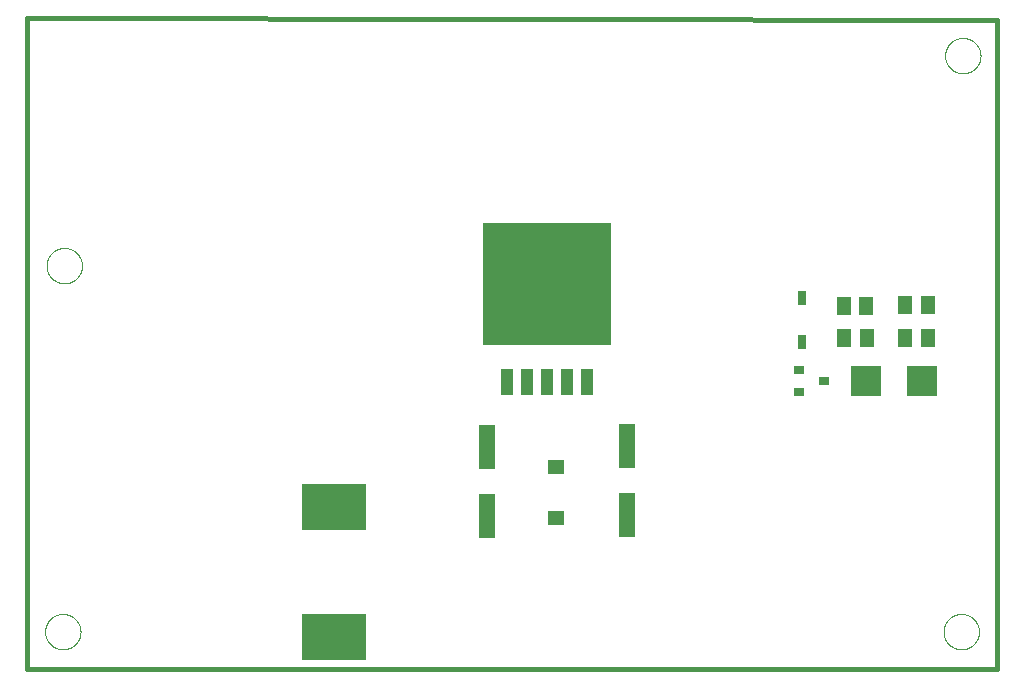
<source format=gtp>
G75*
%MOIN*%
%OFA0B0*%
%FSLAX25Y25*%
%IPPOS*%
%LPD*%
%AMOC8*
5,1,8,0,0,1.08239X$1,22.5*
%
%ADD10C,0.01600*%
%ADD11R,0.05118X0.05906*%
%ADD12R,0.10000X0.10000*%
%ADD13R,0.03543X0.03150*%
%ADD14R,0.02756X0.04724*%
%ADD15C,0.00000*%
%ADD16R,0.05512X0.15110*%
%ADD17R,0.05787X0.05000*%
%ADD18R,0.42520X0.40984*%
%ADD19R,0.04200X0.08500*%
%ADD20R,0.21654X0.15748*%
D10*
X0034000Y0043800D02*
X0034000Y0260800D01*
X0357500Y0260300D01*
X0357500Y0043800D01*
X0034000Y0043800D01*
D11*
X0306460Y0154300D03*
X0313940Y0154300D03*
X0326760Y0154300D03*
X0334240Y0154300D03*
X0334240Y0165300D03*
X0326760Y0165300D03*
X0313740Y0164800D03*
X0306260Y0164800D03*
D12*
X0313750Y0139800D03*
X0332250Y0139800D03*
D13*
X0299831Y0139800D03*
X0291563Y0143540D03*
X0291563Y0136060D03*
D14*
X0292500Y0153017D03*
X0292500Y0167583D03*
D15*
X0340094Y0248300D02*
X0340096Y0248453D01*
X0340102Y0248607D01*
X0340112Y0248760D01*
X0340126Y0248912D01*
X0340144Y0249065D01*
X0340166Y0249216D01*
X0340191Y0249367D01*
X0340221Y0249518D01*
X0340255Y0249668D01*
X0340292Y0249816D01*
X0340333Y0249964D01*
X0340378Y0250110D01*
X0340427Y0250256D01*
X0340480Y0250400D01*
X0340536Y0250542D01*
X0340596Y0250683D01*
X0340660Y0250823D01*
X0340727Y0250961D01*
X0340798Y0251097D01*
X0340873Y0251231D01*
X0340950Y0251363D01*
X0341032Y0251493D01*
X0341116Y0251621D01*
X0341204Y0251747D01*
X0341295Y0251870D01*
X0341389Y0251991D01*
X0341487Y0252109D01*
X0341587Y0252225D01*
X0341691Y0252338D01*
X0341797Y0252449D01*
X0341906Y0252557D01*
X0342018Y0252662D01*
X0342132Y0252763D01*
X0342250Y0252862D01*
X0342369Y0252958D01*
X0342491Y0253051D01*
X0342616Y0253140D01*
X0342743Y0253227D01*
X0342872Y0253309D01*
X0343003Y0253389D01*
X0343136Y0253465D01*
X0343271Y0253538D01*
X0343408Y0253607D01*
X0343547Y0253672D01*
X0343687Y0253734D01*
X0343829Y0253792D01*
X0343972Y0253847D01*
X0344117Y0253898D01*
X0344263Y0253945D01*
X0344410Y0253988D01*
X0344558Y0254027D01*
X0344707Y0254063D01*
X0344857Y0254094D01*
X0345008Y0254122D01*
X0345159Y0254146D01*
X0345312Y0254166D01*
X0345464Y0254182D01*
X0345617Y0254194D01*
X0345770Y0254202D01*
X0345923Y0254206D01*
X0346077Y0254206D01*
X0346230Y0254202D01*
X0346383Y0254194D01*
X0346536Y0254182D01*
X0346688Y0254166D01*
X0346841Y0254146D01*
X0346992Y0254122D01*
X0347143Y0254094D01*
X0347293Y0254063D01*
X0347442Y0254027D01*
X0347590Y0253988D01*
X0347737Y0253945D01*
X0347883Y0253898D01*
X0348028Y0253847D01*
X0348171Y0253792D01*
X0348313Y0253734D01*
X0348453Y0253672D01*
X0348592Y0253607D01*
X0348729Y0253538D01*
X0348864Y0253465D01*
X0348997Y0253389D01*
X0349128Y0253309D01*
X0349257Y0253227D01*
X0349384Y0253140D01*
X0349509Y0253051D01*
X0349631Y0252958D01*
X0349750Y0252862D01*
X0349868Y0252763D01*
X0349982Y0252662D01*
X0350094Y0252557D01*
X0350203Y0252449D01*
X0350309Y0252338D01*
X0350413Y0252225D01*
X0350513Y0252109D01*
X0350611Y0251991D01*
X0350705Y0251870D01*
X0350796Y0251747D01*
X0350884Y0251621D01*
X0350968Y0251493D01*
X0351050Y0251363D01*
X0351127Y0251231D01*
X0351202Y0251097D01*
X0351273Y0250961D01*
X0351340Y0250823D01*
X0351404Y0250683D01*
X0351464Y0250542D01*
X0351520Y0250400D01*
X0351573Y0250256D01*
X0351622Y0250110D01*
X0351667Y0249964D01*
X0351708Y0249816D01*
X0351745Y0249668D01*
X0351779Y0249518D01*
X0351809Y0249367D01*
X0351834Y0249216D01*
X0351856Y0249065D01*
X0351874Y0248912D01*
X0351888Y0248760D01*
X0351898Y0248607D01*
X0351904Y0248453D01*
X0351906Y0248300D01*
X0351904Y0248147D01*
X0351898Y0247993D01*
X0351888Y0247840D01*
X0351874Y0247688D01*
X0351856Y0247535D01*
X0351834Y0247384D01*
X0351809Y0247233D01*
X0351779Y0247082D01*
X0351745Y0246932D01*
X0351708Y0246784D01*
X0351667Y0246636D01*
X0351622Y0246490D01*
X0351573Y0246344D01*
X0351520Y0246200D01*
X0351464Y0246058D01*
X0351404Y0245917D01*
X0351340Y0245777D01*
X0351273Y0245639D01*
X0351202Y0245503D01*
X0351127Y0245369D01*
X0351050Y0245237D01*
X0350968Y0245107D01*
X0350884Y0244979D01*
X0350796Y0244853D01*
X0350705Y0244730D01*
X0350611Y0244609D01*
X0350513Y0244491D01*
X0350413Y0244375D01*
X0350309Y0244262D01*
X0350203Y0244151D01*
X0350094Y0244043D01*
X0349982Y0243938D01*
X0349868Y0243837D01*
X0349750Y0243738D01*
X0349631Y0243642D01*
X0349509Y0243549D01*
X0349384Y0243460D01*
X0349257Y0243373D01*
X0349128Y0243291D01*
X0348997Y0243211D01*
X0348864Y0243135D01*
X0348729Y0243062D01*
X0348592Y0242993D01*
X0348453Y0242928D01*
X0348313Y0242866D01*
X0348171Y0242808D01*
X0348028Y0242753D01*
X0347883Y0242702D01*
X0347737Y0242655D01*
X0347590Y0242612D01*
X0347442Y0242573D01*
X0347293Y0242537D01*
X0347143Y0242506D01*
X0346992Y0242478D01*
X0346841Y0242454D01*
X0346688Y0242434D01*
X0346536Y0242418D01*
X0346383Y0242406D01*
X0346230Y0242398D01*
X0346077Y0242394D01*
X0345923Y0242394D01*
X0345770Y0242398D01*
X0345617Y0242406D01*
X0345464Y0242418D01*
X0345312Y0242434D01*
X0345159Y0242454D01*
X0345008Y0242478D01*
X0344857Y0242506D01*
X0344707Y0242537D01*
X0344558Y0242573D01*
X0344410Y0242612D01*
X0344263Y0242655D01*
X0344117Y0242702D01*
X0343972Y0242753D01*
X0343829Y0242808D01*
X0343687Y0242866D01*
X0343547Y0242928D01*
X0343408Y0242993D01*
X0343271Y0243062D01*
X0343136Y0243135D01*
X0343003Y0243211D01*
X0342872Y0243291D01*
X0342743Y0243373D01*
X0342616Y0243460D01*
X0342491Y0243549D01*
X0342369Y0243642D01*
X0342250Y0243738D01*
X0342132Y0243837D01*
X0342018Y0243938D01*
X0341906Y0244043D01*
X0341797Y0244151D01*
X0341691Y0244262D01*
X0341587Y0244375D01*
X0341487Y0244491D01*
X0341389Y0244609D01*
X0341295Y0244730D01*
X0341204Y0244853D01*
X0341116Y0244979D01*
X0341032Y0245107D01*
X0340950Y0245237D01*
X0340873Y0245369D01*
X0340798Y0245503D01*
X0340727Y0245639D01*
X0340660Y0245777D01*
X0340596Y0245917D01*
X0340536Y0246058D01*
X0340480Y0246200D01*
X0340427Y0246344D01*
X0340378Y0246490D01*
X0340333Y0246636D01*
X0340292Y0246784D01*
X0340255Y0246932D01*
X0340221Y0247082D01*
X0340191Y0247233D01*
X0340166Y0247384D01*
X0340144Y0247535D01*
X0340126Y0247688D01*
X0340112Y0247840D01*
X0340102Y0247993D01*
X0340096Y0248147D01*
X0340094Y0248300D01*
X0339594Y0056300D02*
X0339596Y0056453D01*
X0339602Y0056607D01*
X0339612Y0056760D01*
X0339626Y0056912D01*
X0339644Y0057065D01*
X0339666Y0057216D01*
X0339691Y0057367D01*
X0339721Y0057518D01*
X0339755Y0057668D01*
X0339792Y0057816D01*
X0339833Y0057964D01*
X0339878Y0058110D01*
X0339927Y0058256D01*
X0339980Y0058400D01*
X0340036Y0058542D01*
X0340096Y0058683D01*
X0340160Y0058823D01*
X0340227Y0058961D01*
X0340298Y0059097D01*
X0340373Y0059231D01*
X0340450Y0059363D01*
X0340532Y0059493D01*
X0340616Y0059621D01*
X0340704Y0059747D01*
X0340795Y0059870D01*
X0340889Y0059991D01*
X0340987Y0060109D01*
X0341087Y0060225D01*
X0341191Y0060338D01*
X0341297Y0060449D01*
X0341406Y0060557D01*
X0341518Y0060662D01*
X0341632Y0060763D01*
X0341750Y0060862D01*
X0341869Y0060958D01*
X0341991Y0061051D01*
X0342116Y0061140D01*
X0342243Y0061227D01*
X0342372Y0061309D01*
X0342503Y0061389D01*
X0342636Y0061465D01*
X0342771Y0061538D01*
X0342908Y0061607D01*
X0343047Y0061672D01*
X0343187Y0061734D01*
X0343329Y0061792D01*
X0343472Y0061847D01*
X0343617Y0061898D01*
X0343763Y0061945D01*
X0343910Y0061988D01*
X0344058Y0062027D01*
X0344207Y0062063D01*
X0344357Y0062094D01*
X0344508Y0062122D01*
X0344659Y0062146D01*
X0344812Y0062166D01*
X0344964Y0062182D01*
X0345117Y0062194D01*
X0345270Y0062202D01*
X0345423Y0062206D01*
X0345577Y0062206D01*
X0345730Y0062202D01*
X0345883Y0062194D01*
X0346036Y0062182D01*
X0346188Y0062166D01*
X0346341Y0062146D01*
X0346492Y0062122D01*
X0346643Y0062094D01*
X0346793Y0062063D01*
X0346942Y0062027D01*
X0347090Y0061988D01*
X0347237Y0061945D01*
X0347383Y0061898D01*
X0347528Y0061847D01*
X0347671Y0061792D01*
X0347813Y0061734D01*
X0347953Y0061672D01*
X0348092Y0061607D01*
X0348229Y0061538D01*
X0348364Y0061465D01*
X0348497Y0061389D01*
X0348628Y0061309D01*
X0348757Y0061227D01*
X0348884Y0061140D01*
X0349009Y0061051D01*
X0349131Y0060958D01*
X0349250Y0060862D01*
X0349368Y0060763D01*
X0349482Y0060662D01*
X0349594Y0060557D01*
X0349703Y0060449D01*
X0349809Y0060338D01*
X0349913Y0060225D01*
X0350013Y0060109D01*
X0350111Y0059991D01*
X0350205Y0059870D01*
X0350296Y0059747D01*
X0350384Y0059621D01*
X0350468Y0059493D01*
X0350550Y0059363D01*
X0350627Y0059231D01*
X0350702Y0059097D01*
X0350773Y0058961D01*
X0350840Y0058823D01*
X0350904Y0058683D01*
X0350964Y0058542D01*
X0351020Y0058400D01*
X0351073Y0058256D01*
X0351122Y0058110D01*
X0351167Y0057964D01*
X0351208Y0057816D01*
X0351245Y0057668D01*
X0351279Y0057518D01*
X0351309Y0057367D01*
X0351334Y0057216D01*
X0351356Y0057065D01*
X0351374Y0056912D01*
X0351388Y0056760D01*
X0351398Y0056607D01*
X0351404Y0056453D01*
X0351406Y0056300D01*
X0351404Y0056147D01*
X0351398Y0055993D01*
X0351388Y0055840D01*
X0351374Y0055688D01*
X0351356Y0055535D01*
X0351334Y0055384D01*
X0351309Y0055233D01*
X0351279Y0055082D01*
X0351245Y0054932D01*
X0351208Y0054784D01*
X0351167Y0054636D01*
X0351122Y0054490D01*
X0351073Y0054344D01*
X0351020Y0054200D01*
X0350964Y0054058D01*
X0350904Y0053917D01*
X0350840Y0053777D01*
X0350773Y0053639D01*
X0350702Y0053503D01*
X0350627Y0053369D01*
X0350550Y0053237D01*
X0350468Y0053107D01*
X0350384Y0052979D01*
X0350296Y0052853D01*
X0350205Y0052730D01*
X0350111Y0052609D01*
X0350013Y0052491D01*
X0349913Y0052375D01*
X0349809Y0052262D01*
X0349703Y0052151D01*
X0349594Y0052043D01*
X0349482Y0051938D01*
X0349368Y0051837D01*
X0349250Y0051738D01*
X0349131Y0051642D01*
X0349009Y0051549D01*
X0348884Y0051460D01*
X0348757Y0051373D01*
X0348628Y0051291D01*
X0348497Y0051211D01*
X0348364Y0051135D01*
X0348229Y0051062D01*
X0348092Y0050993D01*
X0347953Y0050928D01*
X0347813Y0050866D01*
X0347671Y0050808D01*
X0347528Y0050753D01*
X0347383Y0050702D01*
X0347237Y0050655D01*
X0347090Y0050612D01*
X0346942Y0050573D01*
X0346793Y0050537D01*
X0346643Y0050506D01*
X0346492Y0050478D01*
X0346341Y0050454D01*
X0346188Y0050434D01*
X0346036Y0050418D01*
X0345883Y0050406D01*
X0345730Y0050398D01*
X0345577Y0050394D01*
X0345423Y0050394D01*
X0345270Y0050398D01*
X0345117Y0050406D01*
X0344964Y0050418D01*
X0344812Y0050434D01*
X0344659Y0050454D01*
X0344508Y0050478D01*
X0344357Y0050506D01*
X0344207Y0050537D01*
X0344058Y0050573D01*
X0343910Y0050612D01*
X0343763Y0050655D01*
X0343617Y0050702D01*
X0343472Y0050753D01*
X0343329Y0050808D01*
X0343187Y0050866D01*
X0343047Y0050928D01*
X0342908Y0050993D01*
X0342771Y0051062D01*
X0342636Y0051135D01*
X0342503Y0051211D01*
X0342372Y0051291D01*
X0342243Y0051373D01*
X0342116Y0051460D01*
X0341991Y0051549D01*
X0341869Y0051642D01*
X0341750Y0051738D01*
X0341632Y0051837D01*
X0341518Y0051938D01*
X0341406Y0052043D01*
X0341297Y0052151D01*
X0341191Y0052262D01*
X0341087Y0052375D01*
X0340987Y0052491D01*
X0340889Y0052609D01*
X0340795Y0052730D01*
X0340704Y0052853D01*
X0340616Y0052979D01*
X0340532Y0053107D01*
X0340450Y0053237D01*
X0340373Y0053369D01*
X0340298Y0053503D01*
X0340227Y0053639D01*
X0340160Y0053777D01*
X0340096Y0053917D01*
X0340036Y0054058D01*
X0339980Y0054200D01*
X0339927Y0054344D01*
X0339878Y0054490D01*
X0339833Y0054636D01*
X0339792Y0054784D01*
X0339755Y0054932D01*
X0339721Y0055082D01*
X0339691Y0055233D01*
X0339666Y0055384D01*
X0339644Y0055535D01*
X0339626Y0055688D01*
X0339612Y0055840D01*
X0339602Y0055993D01*
X0339596Y0056147D01*
X0339594Y0056300D01*
X0040094Y0056300D02*
X0040096Y0056453D01*
X0040102Y0056607D01*
X0040112Y0056760D01*
X0040126Y0056912D01*
X0040144Y0057065D01*
X0040166Y0057216D01*
X0040191Y0057367D01*
X0040221Y0057518D01*
X0040255Y0057668D01*
X0040292Y0057816D01*
X0040333Y0057964D01*
X0040378Y0058110D01*
X0040427Y0058256D01*
X0040480Y0058400D01*
X0040536Y0058542D01*
X0040596Y0058683D01*
X0040660Y0058823D01*
X0040727Y0058961D01*
X0040798Y0059097D01*
X0040873Y0059231D01*
X0040950Y0059363D01*
X0041032Y0059493D01*
X0041116Y0059621D01*
X0041204Y0059747D01*
X0041295Y0059870D01*
X0041389Y0059991D01*
X0041487Y0060109D01*
X0041587Y0060225D01*
X0041691Y0060338D01*
X0041797Y0060449D01*
X0041906Y0060557D01*
X0042018Y0060662D01*
X0042132Y0060763D01*
X0042250Y0060862D01*
X0042369Y0060958D01*
X0042491Y0061051D01*
X0042616Y0061140D01*
X0042743Y0061227D01*
X0042872Y0061309D01*
X0043003Y0061389D01*
X0043136Y0061465D01*
X0043271Y0061538D01*
X0043408Y0061607D01*
X0043547Y0061672D01*
X0043687Y0061734D01*
X0043829Y0061792D01*
X0043972Y0061847D01*
X0044117Y0061898D01*
X0044263Y0061945D01*
X0044410Y0061988D01*
X0044558Y0062027D01*
X0044707Y0062063D01*
X0044857Y0062094D01*
X0045008Y0062122D01*
X0045159Y0062146D01*
X0045312Y0062166D01*
X0045464Y0062182D01*
X0045617Y0062194D01*
X0045770Y0062202D01*
X0045923Y0062206D01*
X0046077Y0062206D01*
X0046230Y0062202D01*
X0046383Y0062194D01*
X0046536Y0062182D01*
X0046688Y0062166D01*
X0046841Y0062146D01*
X0046992Y0062122D01*
X0047143Y0062094D01*
X0047293Y0062063D01*
X0047442Y0062027D01*
X0047590Y0061988D01*
X0047737Y0061945D01*
X0047883Y0061898D01*
X0048028Y0061847D01*
X0048171Y0061792D01*
X0048313Y0061734D01*
X0048453Y0061672D01*
X0048592Y0061607D01*
X0048729Y0061538D01*
X0048864Y0061465D01*
X0048997Y0061389D01*
X0049128Y0061309D01*
X0049257Y0061227D01*
X0049384Y0061140D01*
X0049509Y0061051D01*
X0049631Y0060958D01*
X0049750Y0060862D01*
X0049868Y0060763D01*
X0049982Y0060662D01*
X0050094Y0060557D01*
X0050203Y0060449D01*
X0050309Y0060338D01*
X0050413Y0060225D01*
X0050513Y0060109D01*
X0050611Y0059991D01*
X0050705Y0059870D01*
X0050796Y0059747D01*
X0050884Y0059621D01*
X0050968Y0059493D01*
X0051050Y0059363D01*
X0051127Y0059231D01*
X0051202Y0059097D01*
X0051273Y0058961D01*
X0051340Y0058823D01*
X0051404Y0058683D01*
X0051464Y0058542D01*
X0051520Y0058400D01*
X0051573Y0058256D01*
X0051622Y0058110D01*
X0051667Y0057964D01*
X0051708Y0057816D01*
X0051745Y0057668D01*
X0051779Y0057518D01*
X0051809Y0057367D01*
X0051834Y0057216D01*
X0051856Y0057065D01*
X0051874Y0056912D01*
X0051888Y0056760D01*
X0051898Y0056607D01*
X0051904Y0056453D01*
X0051906Y0056300D01*
X0051904Y0056147D01*
X0051898Y0055993D01*
X0051888Y0055840D01*
X0051874Y0055688D01*
X0051856Y0055535D01*
X0051834Y0055384D01*
X0051809Y0055233D01*
X0051779Y0055082D01*
X0051745Y0054932D01*
X0051708Y0054784D01*
X0051667Y0054636D01*
X0051622Y0054490D01*
X0051573Y0054344D01*
X0051520Y0054200D01*
X0051464Y0054058D01*
X0051404Y0053917D01*
X0051340Y0053777D01*
X0051273Y0053639D01*
X0051202Y0053503D01*
X0051127Y0053369D01*
X0051050Y0053237D01*
X0050968Y0053107D01*
X0050884Y0052979D01*
X0050796Y0052853D01*
X0050705Y0052730D01*
X0050611Y0052609D01*
X0050513Y0052491D01*
X0050413Y0052375D01*
X0050309Y0052262D01*
X0050203Y0052151D01*
X0050094Y0052043D01*
X0049982Y0051938D01*
X0049868Y0051837D01*
X0049750Y0051738D01*
X0049631Y0051642D01*
X0049509Y0051549D01*
X0049384Y0051460D01*
X0049257Y0051373D01*
X0049128Y0051291D01*
X0048997Y0051211D01*
X0048864Y0051135D01*
X0048729Y0051062D01*
X0048592Y0050993D01*
X0048453Y0050928D01*
X0048313Y0050866D01*
X0048171Y0050808D01*
X0048028Y0050753D01*
X0047883Y0050702D01*
X0047737Y0050655D01*
X0047590Y0050612D01*
X0047442Y0050573D01*
X0047293Y0050537D01*
X0047143Y0050506D01*
X0046992Y0050478D01*
X0046841Y0050454D01*
X0046688Y0050434D01*
X0046536Y0050418D01*
X0046383Y0050406D01*
X0046230Y0050398D01*
X0046077Y0050394D01*
X0045923Y0050394D01*
X0045770Y0050398D01*
X0045617Y0050406D01*
X0045464Y0050418D01*
X0045312Y0050434D01*
X0045159Y0050454D01*
X0045008Y0050478D01*
X0044857Y0050506D01*
X0044707Y0050537D01*
X0044558Y0050573D01*
X0044410Y0050612D01*
X0044263Y0050655D01*
X0044117Y0050702D01*
X0043972Y0050753D01*
X0043829Y0050808D01*
X0043687Y0050866D01*
X0043547Y0050928D01*
X0043408Y0050993D01*
X0043271Y0051062D01*
X0043136Y0051135D01*
X0043003Y0051211D01*
X0042872Y0051291D01*
X0042743Y0051373D01*
X0042616Y0051460D01*
X0042491Y0051549D01*
X0042369Y0051642D01*
X0042250Y0051738D01*
X0042132Y0051837D01*
X0042018Y0051938D01*
X0041906Y0052043D01*
X0041797Y0052151D01*
X0041691Y0052262D01*
X0041587Y0052375D01*
X0041487Y0052491D01*
X0041389Y0052609D01*
X0041295Y0052730D01*
X0041204Y0052853D01*
X0041116Y0052979D01*
X0041032Y0053107D01*
X0040950Y0053237D01*
X0040873Y0053369D01*
X0040798Y0053503D01*
X0040727Y0053639D01*
X0040660Y0053777D01*
X0040596Y0053917D01*
X0040536Y0054058D01*
X0040480Y0054200D01*
X0040427Y0054344D01*
X0040378Y0054490D01*
X0040333Y0054636D01*
X0040292Y0054784D01*
X0040255Y0054932D01*
X0040221Y0055082D01*
X0040191Y0055233D01*
X0040166Y0055384D01*
X0040144Y0055535D01*
X0040126Y0055688D01*
X0040112Y0055840D01*
X0040102Y0055993D01*
X0040096Y0056147D01*
X0040094Y0056300D01*
X0040594Y0178300D02*
X0040596Y0178453D01*
X0040602Y0178607D01*
X0040612Y0178760D01*
X0040626Y0178912D01*
X0040644Y0179065D01*
X0040666Y0179216D01*
X0040691Y0179367D01*
X0040721Y0179518D01*
X0040755Y0179668D01*
X0040792Y0179816D01*
X0040833Y0179964D01*
X0040878Y0180110D01*
X0040927Y0180256D01*
X0040980Y0180400D01*
X0041036Y0180542D01*
X0041096Y0180683D01*
X0041160Y0180823D01*
X0041227Y0180961D01*
X0041298Y0181097D01*
X0041373Y0181231D01*
X0041450Y0181363D01*
X0041532Y0181493D01*
X0041616Y0181621D01*
X0041704Y0181747D01*
X0041795Y0181870D01*
X0041889Y0181991D01*
X0041987Y0182109D01*
X0042087Y0182225D01*
X0042191Y0182338D01*
X0042297Y0182449D01*
X0042406Y0182557D01*
X0042518Y0182662D01*
X0042632Y0182763D01*
X0042750Y0182862D01*
X0042869Y0182958D01*
X0042991Y0183051D01*
X0043116Y0183140D01*
X0043243Y0183227D01*
X0043372Y0183309D01*
X0043503Y0183389D01*
X0043636Y0183465D01*
X0043771Y0183538D01*
X0043908Y0183607D01*
X0044047Y0183672D01*
X0044187Y0183734D01*
X0044329Y0183792D01*
X0044472Y0183847D01*
X0044617Y0183898D01*
X0044763Y0183945D01*
X0044910Y0183988D01*
X0045058Y0184027D01*
X0045207Y0184063D01*
X0045357Y0184094D01*
X0045508Y0184122D01*
X0045659Y0184146D01*
X0045812Y0184166D01*
X0045964Y0184182D01*
X0046117Y0184194D01*
X0046270Y0184202D01*
X0046423Y0184206D01*
X0046577Y0184206D01*
X0046730Y0184202D01*
X0046883Y0184194D01*
X0047036Y0184182D01*
X0047188Y0184166D01*
X0047341Y0184146D01*
X0047492Y0184122D01*
X0047643Y0184094D01*
X0047793Y0184063D01*
X0047942Y0184027D01*
X0048090Y0183988D01*
X0048237Y0183945D01*
X0048383Y0183898D01*
X0048528Y0183847D01*
X0048671Y0183792D01*
X0048813Y0183734D01*
X0048953Y0183672D01*
X0049092Y0183607D01*
X0049229Y0183538D01*
X0049364Y0183465D01*
X0049497Y0183389D01*
X0049628Y0183309D01*
X0049757Y0183227D01*
X0049884Y0183140D01*
X0050009Y0183051D01*
X0050131Y0182958D01*
X0050250Y0182862D01*
X0050368Y0182763D01*
X0050482Y0182662D01*
X0050594Y0182557D01*
X0050703Y0182449D01*
X0050809Y0182338D01*
X0050913Y0182225D01*
X0051013Y0182109D01*
X0051111Y0181991D01*
X0051205Y0181870D01*
X0051296Y0181747D01*
X0051384Y0181621D01*
X0051468Y0181493D01*
X0051550Y0181363D01*
X0051627Y0181231D01*
X0051702Y0181097D01*
X0051773Y0180961D01*
X0051840Y0180823D01*
X0051904Y0180683D01*
X0051964Y0180542D01*
X0052020Y0180400D01*
X0052073Y0180256D01*
X0052122Y0180110D01*
X0052167Y0179964D01*
X0052208Y0179816D01*
X0052245Y0179668D01*
X0052279Y0179518D01*
X0052309Y0179367D01*
X0052334Y0179216D01*
X0052356Y0179065D01*
X0052374Y0178912D01*
X0052388Y0178760D01*
X0052398Y0178607D01*
X0052404Y0178453D01*
X0052406Y0178300D01*
X0052404Y0178147D01*
X0052398Y0177993D01*
X0052388Y0177840D01*
X0052374Y0177688D01*
X0052356Y0177535D01*
X0052334Y0177384D01*
X0052309Y0177233D01*
X0052279Y0177082D01*
X0052245Y0176932D01*
X0052208Y0176784D01*
X0052167Y0176636D01*
X0052122Y0176490D01*
X0052073Y0176344D01*
X0052020Y0176200D01*
X0051964Y0176058D01*
X0051904Y0175917D01*
X0051840Y0175777D01*
X0051773Y0175639D01*
X0051702Y0175503D01*
X0051627Y0175369D01*
X0051550Y0175237D01*
X0051468Y0175107D01*
X0051384Y0174979D01*
X0051296Y0174853D01*
X0051205Y0174730D01*
X0051111Y0174609D01*
X0051013Y0174491D01*
X0050913Y0174375D01*
X0050809Y0174262D01*
X0050703Y0174151D01*
X0050594Y0174043D01*
X0050482Y0173938D01*
X0050368Y0173837D01*
X0050250Y0173738D01*
X0050131Y0173642D01*
X0050009Y0173549D01*
X0049884Y0173460D01*
X0049757Y0173373D01*
X0049628Y0173291D01*
X0049497Y0173211D01*
X0049364Y0173135D01*
X0049229Y0173062D01*
X0049092Y0172993D01*
X0048953Y0172928D01*
X0048813Y0172866D01*
X0048671Y0172808D01*
X0048528Y0172753D01*
X0048383Y0172702D01*
X0048237Y0172655D01*
X0048090Y0172612D01*
X0047942Y0172573D01*
X0047793Y0172537D01*
X0047643Y0172506D01*
X0047492Y0172478D01*
X0047341Y0172454D01*
X0047188Y0172434D01*
X0047036Y0172418D01*
X0046883Y0172406D01*
X0046730Y0172398D01*
X0046577Y0172394D01*
X0046423Y0172394D01*
X0046270Y0172398D01*
X0046117Y0172406D01*
X0045964Y0172418D01*
X0045812Y0172434D01*
X0045659Y0172454D01*
X0045508Y0172478D01*
X0045357Y0172506D01*
X0045207Y0172537D01*
X0045058Y0172573D01*
X0044910Y0172612D01*
X0044763Y0172655D01*
X0044617Y0172702D01*
X0044472Y0172753D01*
X0044329Y0172808D01*
X0044187Y0172866D01*
X0044047Y0172928D01*
X0043908Y0172993D01*
X0043771Y0173062D01*
X0043636Y0173135D01*
X0043503Y0173211D01*
X0043372Y0173291D01*
X0043243Y0173373D01*
X0043116Y0173460D01*
X0042991Y0173549D01*
X0042869Y0173642D01*
X0042750Y0173738D01*
X0042632Y0173837D01*
X0042518Y0173938D01*
X0042406Y0174043D01*
X0042297Y0174151D01*
X0042191Y0174262D01*
X0042087Y0174375D01*
X0041987Y0174491D01*
X0041889Y0174609D01*
X0041795Y0174730D01*
X0041704Y0174853D01*
X0041616Y0174979D01*
X0041532Y0175107D01*
X0041450Y0175237D01*
X0041373Y0175369D01*
X0041298Y0175503D01*
X0041227Y0175639D01*
X0041160Y0175777D01*
X0041096Y0175917D01*
X0041036Y0176058D01*
X0040980Y0176200D01*
X0040927Y0176344D01*
X0040878Y0176490D01*
X0040833Y0176636D01*
X0040792Y0176784D01*
X0040755Y0176932D01*
X0040721Y0177082D01*
X0040691Y0177233D01*
X0040666Y0177384D01*
X0040644Y0177535D01*
X0040626Y0177688D01*
X0040612Y0177840D01*
X0040602Y0177993D01*
X0040596Y0178147D01*
X0040594Y0178300D01*
D16*
X0187500Y0117749D03*
X0187500Y0094851D03*
X0234000Y0095351D03*
X0234000Y0118249D03*
D17*
X0210500Y0111265D03*
X0210500Y0094335D03*
D18*
X0207500Y0172300D03*
D19*
X0207500Y0139500D03*
X0214200Y0139500D03*
X0220900Y0139500D03*
X0200800Y0139500D03*
X0194100Y0139500D03*
D20*
X0136500Y0097954D03*
X0136500Y0054646D03*
M02*

</source>
